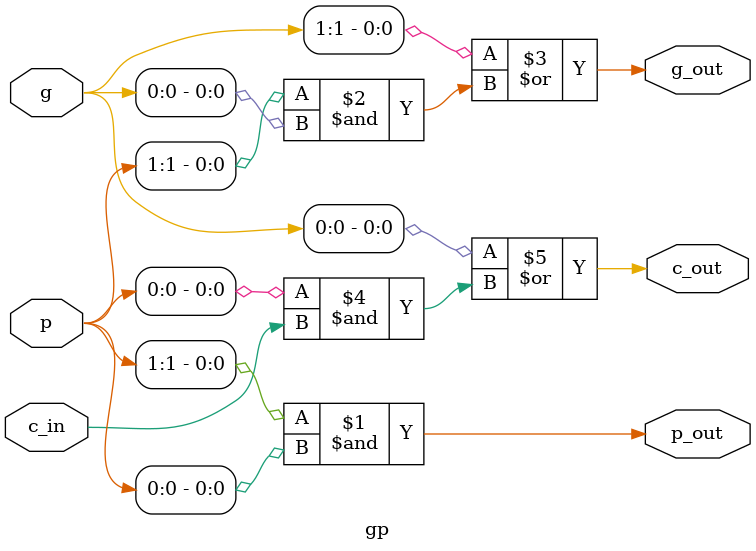
<source format=v>
`timescale 1ns / 1ps
module cla_2(//用于级联的cla2
    input [1:0]a,b,
    input c_in,

    output [1:0]s,
    output g_out,
    output p_out,
    output data_co//判断溢出的数值最高位进位
);
    wire [1:0]g,p;
    wire c1;
    gp gp_init(g,p,c_in,g_out,p_out,c1);
    add add1(a[0],b[0],c_in,s[0],g[0],p[0]);//低位add
    add add2(a[1],b[1],c1,s[1],g[1],p[1]);//高位add
    
    assign data_co=c1;
endmodule

module cla_4(
    input [3:0]a,b,
    input c_in,
    output [3:0]s,
    output g_out,p_out,
    output data_co
);//用于级联的cla4

    wire c1,co1,co2;
    wire [1:0]g,p;
    cla_2 cla_2_inst1(a[1:0],b[1:0],c_in,s[1:0],g[0],p[0],co1);//低位
    cla_2 cla_2_inst2(a[3:2],b[3:2],c1,s[3:2],g[1],p[1],co2);//高位
    gp gp_init(g,p,c_in,g_out,p_out,c1);
    
    assign data_co=c1;
endmodule

module cla_8(
    input [7:0]a,b,
    input c_in,
    output [7:0]s,
    output g_out,p_out,
    output data_co
);//用于级联的cla8

    wire c1,co1,co2;
    wire [1:0]g,p;
    cla_4 cla_4_inst1(a[3:0],b[3:0],c_in,s[3:0],g[0],p[0],co1);//低位
    cla_4 cla_4_inst2(a[7:4],b[7:4],c1,s[7:4],g[1],p[1],co2);//高位
    gp gp_init(g,p,c_in,g_out,p_out,c1);

    assign data_co=c1;
endmodule

module cla_16(
    input [15:0]a,b,
    input c_in,
    output [15:0]s,
    output g_out,p_out,
    output data_co
);//用于级联的cla8

    wire c1,co1,co2;
    wire [1:0]g,p;
    cla_8 cla_8_inst1(a[7:0],b[7:0],c_in,s[7:0],g[0],p[0],co1);//低位
    cla_8 cla_8_inst2(a[15:8],b[15:8],c1,s[15:8],g[1],p[1],co2);//高位
    gp gp_init(g,p,c_in,g_out,p_out,c1);
    assign data_co=c1;
endmodule

module cla_32(
    input [32:0]a,b,
    input c_in,
    output [32:0]s,
    output g_out,p_out,
    output data_co
);//用于级联的cla8

    wire c1,co1,co2;
    wire [1:0]g,p;
    cla_16 cla_16_inst1(a[15:0],b[15:0],c_in,s[15:0],g[0],p[0],co1);//低位
    cla_16 cla_16_inst2(a[31:16],b[31:16],c1,s[31:16],g[1],p[1],co2);//高位
    gp gp_init(g,p,c_in,g_out,p_out,c1);
    assign data_co=c1;
endmodule

module add (
    input a,b,c,
    output s,g,p
);
    assign s=a^b^c;
    assign g=a&b;
    assign p=a|b;    
endmodule

module gp(
    input [1:0]g,p,
    input c_in,
    output g_out,p_out,
    output c_out
);  
    assign p_out=p[1]&p[0];
    assign g_out=g[1]|p[1]&g[0];
    assign c_out=g[0]|p[0]&c_in;
endmodule

</source>
